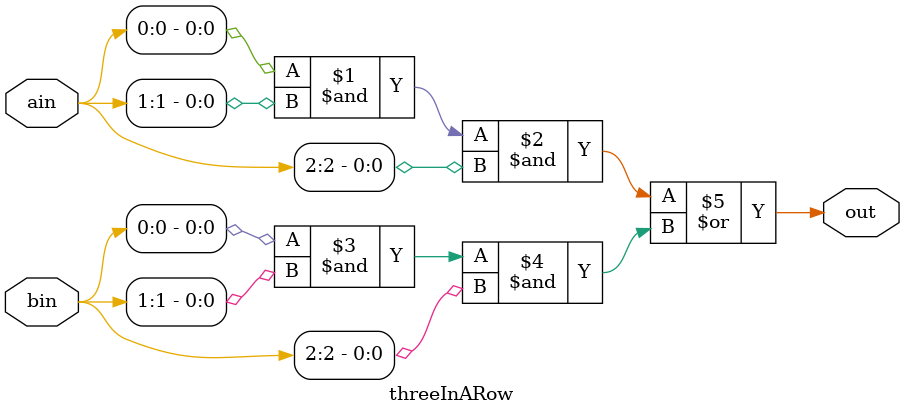
<source format=v>

module DetectWinner( input [8:0] ain, bin, output [7:0] win_line );
  
  //Three in a row - (3 cases)
   threeInARow topRow (ain[2:0], bin[2:0], win_line[2]);
   threeInARow midRow (ain[5:3], bin[5:3], win_line[1]);
   threeInARow botRow (ain[8:6], bin[8:6], win_line[0]);

  //Three in a column - (3 cases)
   threeInARow leftCol ({ain[6],ain[3],ain[0]}, {bin[6],bin[3],bin[0]}, win_line[5]);
   threeInARow midCol ({ain[7],ain[4],ain[1]}, {bin[7],bin[4],bin[1]}, win_line[4]);
   threeInARow rightCol ({ain[8],ain[5],ain[2]}, {bin[8],bin[5],bin[2]},win_line[3]);

  //The diagonals - (2 cases)
   threeInARow topR_botL ({ain[6],ain[4],ain[2]}, {bin[6],bin[4],bin[2]}, win_line[7]);
   threeInARow topL_botR ({ain[8],ain[4],ain[0]}, {bin[8],bin[4],bin[0]}, win_line[6]);
endmodule

// threeInARow
// Detects if ain or bin are all filled
// Inputs:
//   ain, bin, - (3 bit) inputs from a and b
// Outputs:
//   out = 1 if all a or all b are filled

module threeInARow(input [2:0] ain, bin, output out);
  assign out = ((ain[0]&ain[1]&ain[2])|(bin[0]&bin[1]&bin[2]));
endmodule
</source>
